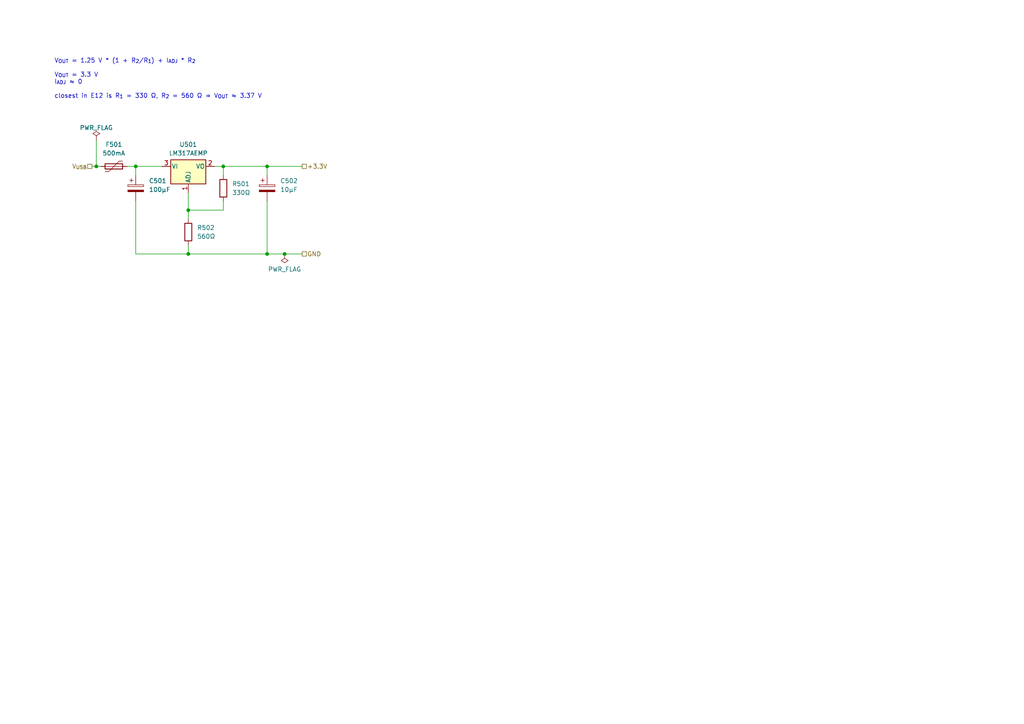
<source format=kicad_sch>
(kicad_sch (version 20231120) (generator "eeschema") (generator_version "8.0")
  (paper "A4")
  (lib_symbols
    (symbol "Device:C_Polarized" (pin_numbers hide) (pin_names (offset 0.254))
      (property "Reference" "C" (at 0.635 2.54 0))
      (property "Value" "C_Polarized" (at 0.635 -2.54 0))
      (symbol "C_Polarized_0_1"
        (rectangle (start -2.286 0.508) (end 2.286 1.016))
        (polyline (pts (xy -1.778 2.286) (xy -0.762 2.286)))
        (polyline (pts (xy -1.27 2.794) (xy -1.27 1.778)))
        (rectangle (start 2.286 -0.508) (end -2.286 -1.016) (fill (type outline)))
      )
      (symbol "C_Polarized_1_1"
        (pin passive line (at 0 3.81 270) (length 2.794) (name "~") (number "1"))
        (pin passive line (at 0 -3.81 90) (length 2.794) (name "~") (number "2"))
      )
    )
    (symbol "Device:Polyfuse" (pin_numbers hide) (pin_names (offset 0))
      (property "Reference" "F" (at -2.54 0 90))
      (property "Value" "Polyfuse" (at 2.54 0 90))
      (symbol "Polyfuse_0_1"
        (rectangle (start -0.762 2.54) (end 0.762 -2.54) (stroke (width 0.254)))
        (polyline (pts (xy 0 2.54) (xy 0 -2.54)))
        (polyline (pts (xy -1.524 2.54) (xy -1.524 1.524) (xy 1.524 -1.524) (xy 1.524 -2.54)))
      )
      (symbol "Polyfuse_1_1"
        (pin passive line (at 0 3.81 270) (length 1.27) (name "~") (number "1"))
        (pin passive line (at 0 -3.81 90) (length 1.27) (name "~") (number "2"))
      )
    )
    (symbol "Device:R" (pin_numbers hide) (pin_names (offset 0))
      (property "Reference" "R" (at 2.032 0 90))
      (property "Value" "R" (at 0 0 90))
      (symbol "R_0_1"
        (rectangle (start -1.016 -2.54) (end 1.016 2.54) (stroke (width 0.254)))
      )
      (symbol "R_1_1"
        (pin passive line (at 0 3.81 270) (length 1.27) (name "~") (number "1"))
        (pin passive line (at 0 -3.81 90) (length 1.27) (name "~") (number "2"))
      )
    )
    (symbol "Regulator_Linear:LM317_SOT-223" (pin_names (offset 0.254))
      (property "Reference" "U" (at -3.81 3.175 0))
      (property "Value" "LM317_SOT-223" (at 0 3.175 0))
      (symbol "LM317_SOT-223_0_1"
        (rectangle (start -5.08 1.905) (end 5.08 -5.08) (stroke (width 0.254)) (fill (type background)))
      )
      (symbol "LM317_SOT-223_1_1"
        (pin input line (at 0 -7.62 90) (length 2.54) (name "ADJ") (number "1"))
        (pin power_out line (at 7.62 0 180) (length 2.54) (name "VO") (number "2"))
        (pin power_in line (at -7.62 0 0) (length 2.54) (name "VI") (number "3"))
      )
    )
    (symbol "power:PWR_FLAG" (power) (pin_numbers hide) (pin_names (offset 0) hide)
      (property "Value" "PWR_FLAG" (at 0 3.81 0))
      (symbol "PWR_FLAG_0_0"
        (pin power_out line (at 0 0 90) (length 0) (name "pwr") (number "1"))
      )
      (symbol "PWR_FLAG_0_1"
        (polyline (pts (xy 0 0) (xy 0 1.27) (xy -1.016 1.905) (xy 0 2.54) (xy 1.016 1.905) (xy 0 1.27)))
      )
    )
  )
  (junction (at 77.47 73.66))
  (junction (at 27.94 48.26))
  (junction (at 39.37 48.26))
  (junction (at 64.77 48.26))
  (junction (at 54.61 60.96))
  (junction (at 77.47 48.26))
  (junction (at 54.61 73.66))
  (junction (at 82.55 73.66))
  (wire (pts (xy 54.61 71.12) (xy 54.61 73.66)))
  (wire (pts (xy 54.61 60.96) (xy 54.61 63.5)))
  (wire (pts (xy 64.77 60.96) (xy 54.61 60.96)))
  (wire (pts (xy 77.47 73.66) (xy 82.55 73.66)))
  (wire (pts (xy 39.37 48.26) (xy 46.99 48.26)))
  (wire (pts (xy 77.47 48.26) (xy 87.63 48.26)))
  (wire (pts (xy 77.47 73.66) (xy 54.61 73.66)))
  (wire (pts (xy 39.37 58.42) (xy 39.37 73.66)))
  (wire (pts (xy 62.23 48.26) (xy 64.77 48.26)))
  (wire (pts (xy 39.37 48.26) (xy 39.37 50.8)))
  (wire (pts (xy 26.67 48.26) (xy 27.94 48.26)))
  (wire (pts (xy 27.94 48.26) (xy 29.21 48.26)))
  (wire (pts (xy 39.37 73.66) (xy 54.61 73.66)))
  (wire (pts (xy 77.47 48.26) (xy 77.47 50.8)))
  (wire (pts (xy 27.94 40.64) (xy 27.94 48.26)))
  (wire (pts (xy 64.77 48.26) (xy 77.47 48.26)))
  (wire (pts (xy 36.83 48.26) (xy 39.37 48.26)))
  (wire (pts (xy 82.55 73.66) (xy 87.63 73.66)))
  (wire (pts (xy 77.47 58.42) (xy 77.47 73.66)))
  (wire (pts (xy 64.77 58.42) (xy 64.77 60.96)))
  (wire (pts (xy 54.61 55.88) (xy 54.61 60.96)))
  (wire (pts (xy 64.77 48.26) (xy 64.77 50.8)))
  (text "V_{OUT} = 1.25 V * (1 + R_{2}/R_{1}) + I_{ADJ} * R_{2}\n\nV_{OUT} = 3.3 V\nI_{ADJ} ≈ 0\n\nclosest in E12 is R_{1} = 330 Ω, R_{2} = 560 Ω ⇒ V_{OUT} ≈ 3.37 V" (at 15.748 28.702 0) (effects (font (size 1.27 1.27)) (justify left bottom)))
  (hierarchical_label "+3.3V" (shape passive) (at 87.63 48.26 0))
  (hierarchical_label "GND" (shape passive) (at 87.63 73.66 0))
  (hierarchical_label "V_{USB}" (shape passive) (at 26.67 48.26 180))
  (symbol (lib_id "Device:R") (at 54.61 67.31 0) (unit 1)
    (property "Reference" "R502" (at 57.15 66.0399 0) (effects (justify left)))
    (property "Value" "560Ω" (at 57.15 68.5799 0) (effects (justify left)))
    (property "Footprint" "Resistor_SMD:R_0603_1608Metric" (effects (hide yes)))
    (property "LCSC" "C23204" (effects (hide yes)))
  )
  (symbol (lib_id "Device:Polyfuse") (at 33.02 48.26 90) (unit 1)
    (property "Reference" "F501" (at 33.02 41.91 90))
    (property "Value" "500mA" (at 33.02 44.45 90))
    (property "Footprint" "Fuse:Fuse_0805_2012Metric" (effects (hide yes)))
    (property "LCSC" "C2977522" (effects (hide yes)))
  )
  (symbol (lib_id "power:PWR_FLAG") (at 27.94 40.64 0) (unit 1)
    (property "Reference" "#FLG01" (effects (hide yes)))
    (property "Value" "PWR_FLAG" (at 27.94 37.0642 0))
  )
  (symbol (lib_id "Device:R") (at 64.77 54.61 0) (unit 1)
    (property "Reference" "R501" (at 67.31 53.3399 0) (effects (justify left)))
    (property "Value" "330Ω" (at 67.31 55.8799 0) (effects (justify left)))
    (property "Footprint" "Resistor_SMD:R_0603_1608Metric" (effects (hide yes)))
    (property "LCSC" "C23138" (effects (hide yes)))
  )
  (symbol (lib_id "Device:C_Polarized") (at 39.37 54.61 0) (unit 1)
    (property "Reference" "C501" (at 43.18 52.4509 0) (effects (justify left)))
    (property "Value" "100µF" (at 43.18 54.9909 0) (effects (justify left)))
    (property "Footprint" "Capacitor_Tantalum_SMD:CP_EIA-3528-21_Kemet-B" (effects (hide yes)))
    (property "LCSC" "C16133" (effects (hide yes)))
  )
  (symbol (lib_id "Regulator_Linear:LM317_SOT-223") (at 54.61 48.26 0) (unit 1)
    (property "Reference" "U501" (at 54.61 41.91 0))
    (property "Value" "LM317AEMP" (at 54.61 44.45 0))
    (property "Footprint" "Package_TO_SOT_SMD:SOT-223-3_TabPin2" (effects (hide yes)))
    (property "Datasheet" "http://www.ti.com/lit/ds/symlink/lm317.pdf" (effects (hide yes)))
    (property "LCSC" "C33586" (effects (hide yes)))
  )
  (symbol (lib_id "power:PWR_FLAG") (at 82.55 73.66 0) (mirror x) (unit 1)
    (property "Reference" "#FLG02" (effects (hide yes)))
    (property "Value" "PWR_FLAG" (at 82.55 78.1034 0))
  )
  (symbol (lib_id "Device:C_Polarized") (at 77.47 54.61 0) (unit 1)
    (property "Reference" "C502" (at 81.28 52.4509 0) (effects (justify left)))
    (property "Value" "10µF" (at 81.28 54.9909 0) (effects (justify left)))
    (property "Footprint" "Capacitor_Tantalum_SMD:CP_EIA-3216-18_Kemet-A" (effects (hide yes)))
    (property "LCSC" "C7171" (effects (hide yes)))
  )
)
</source>
